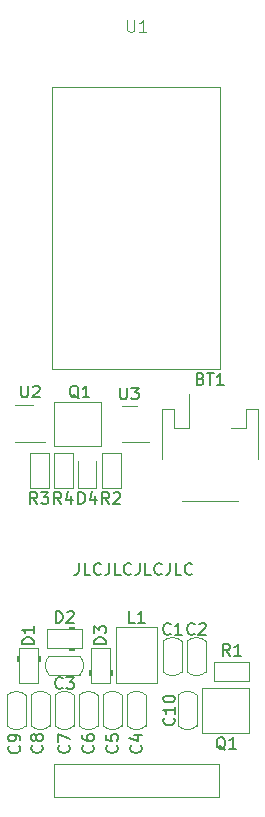
<source format=gbr>
%TF.GenerationSoftware,KiCad,Pcbnew,7.0.7*%
%TF.CreationDate,2023-08-24T23:35:40+10:00*%
%TF.ProjectId,esp32,65737033-322e-46b6-9963-61645f706362,rev?*%
%TF.SameCoordinates,Original*%
%TF.FileFunction,Legend,Top*%
%TF.FilePolarity,Positive*%
%FSLAX46Y46*%
G04 Gerber Fmt 4.6, Leading zero omitted, Abs format (unit mm)*
G04 Created by KiCad (PCBNEW 7.0.7) date 2023-08-24 23:35:40*
%MOMM*%
%LPD*%
G01*
G04 APERTURE LIST*
%ADD10C,0.200000*%
%ADD11C,0.150000*%
%ADD12C,0.100000*%
%ADD13C,0.120000*%
G04 APERTURE END LIST*
D10*
X45926951Y-75906219D02*
X45926951Y-76620504D01*
X45926951Y-76620504D02*
X45879332Y-76763361D01*
X45879332Y-76763361D02*
X45784094Y-76858600D01*
X45784094Y-76858600D02*
X45641237Y-76906219D01*
X45641237Y-76906219D02*
X45545999Y-76906219D01*
X46879332Y-76906219D02*
X46403142Y-76906219D01*
X46403142Y-76906219D02*
X46403142Y-75906219D01*
X47784094Y-76810980D02*
X47736475Y-76858600D01*
X47736475Y-76858600D02*
X47593618Y-76906219D01*
X47593618Y-76906219D02*
X47498380Y-76906219D01*
X47498380Y-76906219D02*
X47355523Y-76858600D01*
X47355523Y-76858600D02*
X47260285Y-76763361D01*
X47260285Y-76763361D02*
X47212666Y-76668123D01*
X47212666Y-76668123D02*
X47165047Y-76477647D01*
X47165047Y-76477647D02*
X47165047Y-76334790D01*
X47165047Y-76334790D02*
X47212666Y-76144314D01*
X47212666Y-76144314D02*
X47260285Y-76049076D01*
X47260285Y-76049076D02*
X47355523Y-75953838D01*
X47355523Y-75953838D02*
X47498380Y-75906219D01*
X47498380Y-75906219D02*
X47593618Y-75906219D01*
X47593618Y-75906219D02*
X47736475Y-75953838D01*
X47736475Y-75953838D02*
X47784094Y-76001457D01*
X48498380Y-75906219D02*
X48498380Y-76620504D01*
X48498380Y-76620504D02*
X48450761Y-76763361D01*
X48450761Y-76763361D02*
X48355523Y-76858600D01*
X48355523Y-76858600D02*
X48212666Y-76906219D01*
X48212666Y-76906219D02*
X48117428Y-76906219D01*
X49450761Y-76906219D02*
X48974571Y-76906219D01*
X48974571Y-76906219D02*
X48974571Y-75906219D01*
X50355523Y-76810980D02*
X50307904Y-76858600D01*
X50307904Y-76858600D02*
X50165047Y-76906219D01*
X50165047Y-76906219D02*
X50069809Y-76906219D01*
X50069809Y-76906219D02*
X49926952Y-76858600D01*
X49926952Y-76858600D02*
X49831714Y-76763361D01*
X49831714Y-76763361D02*
X49784095Y-76668123D01*
X49784095Y-76668123D02*
X49736476Y-76477647D01*
X49736476Y-76477647D02*
X49736476Y-76334790D01*
X49736476Y-76334790D02*
X49784095Y-76144314D01*
X49784095Y-76144314D02*
X49831714Y-76049076D01*
X49831714Y-76049076D02*
X49926952Y-75953838D01*
X49926952Y-75953838D02*
X50069809Y-75906219D01*
X50069809Y-75906219D02*
X50165047Y-75906219D01*
X50165047Y-75906219D02*
X50307904Y-75953838D01*
X50307904Y-75953838D02*
X50355523Y-76001457D01*
X51069809Y-75906219D02*
X51069809Y-76620504D01*
X51069809Y-76620504D02*
X51022190Y-76763361D01*
X51022190Y-76763361D02*
X50926952Y-76858600D01*
X50926952Y-76858600D02*
X50784095Y-76906219D01*
X50784095Y-76906219D02*
X50688857Y-76906219D01*
X52022190Y-76906219D02*
X51546000Y-76906219D01*
X51546000Y-76906219D02*
X51546000Y-75906219D01*
X52926952Y-76810980D02*
X52879333Y-76858600D01*
X52879333Y-76858600D02*
X52736476Y-76906219D01*
X52736476Y-76906219D02*
X52641238Y-76906219D01*
X52641238Y-76906219D02*
X52498381Y-76858600D01*
X52498381Y-76858600D02*
X52403143Y-76763361D01*
X52403143Y-76763361D02*
X52355524Y-76668123D01*
X52355524Y-76668123D02*
X52307905Y-76477647D01*
X52307905Y-76477647D02*
X52307905Y-76334790D01*
X52307905Y-76334790D02*
X52355524Y-76144314D01*
X52355524Y-76144314D02*
X52403143Y-76049076D01*
X52403143Y-76049076D02*
X52498381Y-75953838D01*
X52498381Y-75953838D02*
X52641238Y-75906219D01*
X52641238Y-75906219D02*
X52736476Y-75906219D01*
X52736476Y-75906219D02*
X52879333Y-75953838D01*
X52879333Y-75953838D02*
X52926952Y-76001457D01*
X53641238Y-75906219D02*
X53641238Y-76620504D01*
X53641238Y-76620504D02*
X53593619Y-76763361D01*
X53593619Y-76763361D02*
X53498381Y-76858600D01*
X53498381Y-76858600D02*
X53355524Y-76906219D01*
X53355524Y-76906219D02*
X53260286Y-76906219D01*
X54593619Y-76906219D02*
X54117429Y-76906219D01*
X54117429Y-76906219D02*
X54117429Y-75906219D01*
X55498381Y-76810980D02*
X55450762Y-76858600D01*
X55450762Y-76858600D02*
X55307905Y-76906219D01*
X55307905Y-76906219D02*
X55212667Y-76906219D01*
X55212667Y-76906219D02*
X55069810Y-76858600D01*
X55069810Y-76858600D02*
X54974572Y-76763361D01*
X54974572Y-76763361D02*
X54926953Y-76668123D01*
X54926953Y-76668123D02*
X54879334Y-76477647D01*
X54879334Y-76477647D02*
X54879334Y-76334790D01*
X54879334Y-76334790D02*
X54926953Y-76144314D01*
X54926953Y-76144314D02*
X54974572Y-76049076D01*
X54974572Y-76049076D02*
X55069810Y-75953838D01*
X55069810Y-75953838D02*
X55212667Y-75906219D01*
X55212667Y-75906219D02*
X55307905Y-75906219D01*
X55307905Y-75906219D02*
X55450762Y-75953838D01*
X55450762Y-75953838D02*
X55498381Y-76001457D01*
D11*
X49127580Y-91352666D02*
X49175200Y-91400285D01*
X49175200Y-91400285D02*
X49222819Y-91543142D01*
X49222819Y-91543142D02*
X49222819Y-91638380D01*
X49222819Y-91638380D02*
X49175200Y-91781237D01*
X49175200Y-91781237D02*
X49079961Y-91876475D01*
X49079961Y-91876475D02*
X48984723Y-91924094D01*
X48984723Y-91924094D02*
X48794247Y-91971713D01*
X48794247Y-91971713D02*
X48651390Y-91971713D01*
X48651390Y-91971713D02*
X48460914Y-91924094D01*
X48460914Y-91924094D02*
X48365676Y-91876475D01*
X48365676Y-91876475D02*
X48270438Y-91781237D01*
X48270438Y-91781237D02*
X48222819Y-91638380D01*
X48222819Y-91638380D02*
X48222819Y-91543142D01*
X48222819Y-91543142D02*
X48270438Y-91400285D01*
X48270438Y-91400285D02*
X48318057Y-91352666D01*
X48222819Y-90447904D02*
X48222819Y-90924094D01*
X48222819Y-90924094D02*
X48699009Y-90971713D01*
X48699009Y-90971713D02*
X48651390Y-90924094D01*
X48651390Y-90924094D02*
X48603771Y-90828856D01*
X48603771Y-90828856D02*
X48603771Y-90590761D01*
X48603771Y-90590761D02*
X48651390Y-90495523D01*
X48651390Y-90495523D02*
X48699009Y-90447904D01*
X48699009Y-90447904D02*
X48794247Y-90400285D01*
X48794247Y-90400285D02*
X49032342Y-90400285D01*
X49032342Y-90400285D02*
X49127580Y-90447904D01*
X49127580Y-90447904D02*
X49175200Y-90495523D01*
X49175200Y-90495523D02*
X49222819Y-90590761D01*
X49222819Y-90590761D02*
X49222819Y-90828856D01*
X49222819Y-90828856D02*
X49175200Y-90924094D01*
X49175200Y-90924094D02*
X49127580Y-90971713D01*
X58324761Y-91736057D02*
X58229523Y-91688438D01*
X58229523Y-91688438D02*
X58134285Y-91593200D01*
X58134285Y-91593200D02*
X57991428Y-91450342D01*
X57991428Y-91450342D02*
X57896190Y-91402723D01*
X57896190Y-91402723D02*
X57800952Y-91402723D01*
X57848571Y-91640819D02*
X57753333Y-91593200D01*
X57753333Y-91593200D02*
X57658095Y-91497961D01*
X57658095Y-91497961D02*
X57610476Y-91307485D01*
X57610476Y-91307485D02*
X57610476Y-90974152D01*
X57610476Y-90974152D02*
X57658095Y-90783676D01*
X57658095Y-90783676D02*
X57753333Y-90688438D01*
X57753333Y-90688438D02*
X57848571Y-90640819D01*
X57848571Y-90640819D02*
X58039047Y-90640819D01*
X58039047Y-90640819D02*
X58134285Y-90688438D01*
X58134285Y-90688438D02*
X58229523Y-90783676D01*
X58229523Y-90783676D02*
X58277142Y-90974152D01*
X58277142Y-90974152D02*
X58277142Y-91307485D01*
X58277142Y-91307485D02*
X58229523Y-91497961D01*
X58229523Y-91497961D02*
X58134285Y-91593200D01*
X58134285Y-91593200D02*
X58039047Y-91640819D01*
X58039047Y-91640819D02*
X57848571Y-91640819D01*
X59229523Y-91640819D02*
X58658095Y-91640819D01*
X58943809Y-91640819D02*
X58943809Y-90640819D01*
X58943809Y-90640819D02*
X58848571Y-90783676D01*
X58848571Y-90783676D02*
X58753333Y-90878914D01*
X58753333Y-90878914D02*
X58658095Y-90926533D01*
X51159580Y-91352666D02*
X51207200Y-91400285D01*
X51207200Y-91400285D02*
X51254819Y-91543142D01*
X51254819Y-91543142D02*
X51254819Y-91638380D01*
X51254819Y-91638380D02*
X51207200Y-91781237D01*
X51207200Y-91781237D02*
X51111961Y-91876475D01*
X51111961Y-91876475D02*
X51016723Y-91924094D01*
X51016723Y-91924094D02*
X50826247Y-91971713D01*
X50826247Y-91971713D02*
X50683390Y-91971713D01*
X50683390Y-91971713D02*
X50492914Y-91924094D01*
X50492914Y-91924094D02*
X50397676Y-91876475D01*
X50397676Y-91876475D02*
X50302438Y-91781237D01*
X50302438Y-91781237D02*
X50254819Y-91638380D01*
X50254819Y-91638380D02*
X50254819Y-91543142D01*
X50254819Y-91543142D02*
X50302438Y-91400285D01*
X50302438Y-91400285D02*
X50350057Y-91352666D01*
X50588152Y-90495523D02*
X51254819Y-90495523D01*
X50207200Y-90733618D02*
X50921485Y-90971713D01*
X50921485Y-90971713D02*
X50921485Y-90352666D01*
X45063580Y-91352666D02*
X45111200Y-91400285D01*
X45111200Y-91400285D02*
X45158819Y-91543142D01*
X45158819Y-91543142D02*
X45158819Y-91638380D01*
X45158819Y-91638380D02*
X45111200Y-91781237D01*
X45111200Y-91781237D02*
X45015961Y-91876475D01*
X45015961Y-91876475D02*
X44920723Y-91924094D01*
X44920723Y-91924094D02*
X44730247Y-91971713D01*
X44730247Y-91971713D02*
X44587390Y-91971713D01*
X44587390Y-91971713D02*
X44396914Y-91924094D01*
X44396914Y-91924094D02*
X44301676Y-91876475D01*
X44301676Y-91876475D02*
X44206438Y-91781237D01*
X44206438Y-91781237D02*
X44158819Y-91638380D01*
X44158819Y-91638380D02*
X44158819Y-91543142D01*
X44158819Y-91543142D02*
X44206438Y-91400285D01*
X44206438Y-91400285D02*
X44254057Y-91352666D01*
X44158819Y-91019332D02*
X44158819Y-90352666D01*
X44158819Y-90352666D02*
X45158819Y-90781237D01*
X47095580Y-91352666D02*
X47143200Y-91400285D01*
X47143200Y-91400285D02*
X47190819Y-91543142D01*
X47190819Y-91543142D02*
X47190819Y-91638380D01*
X47190819Y-91638380D02*
X47143200Y-91781237D01*
X47143200Y-91781237D02*
X47047961Y-91876475D01*
X47047961Y-91876475D02*
X46952723Y-91924094D01*
X46952723Y-91924094D02*
X46762247Y-91971713D01*
X46762247Y-91971713D02*
X46619390Y-91971713D01*
X46619390Y-91971713D02*
X46428914Y-91924094D01*
X46428914Y-91924094D02*
X46333676Y-91876475D01*
X46333676Y-91876475D02*
X46238438Y-91781237D01*
X46238438Y-91781237D02*
X46190819Y-91638380D01*
X46190819Y-91638380D02*
X46190819Y-91543142D01*
X46190819Y-91543142D02*
X46238438Y-91400285D01*
X46238438Y-91400285D02*
X46286057Y-91352666D01*
X46190819Y-90495523D02*
X46190819Y-90685999D01*
X46190819Y-90685999D02*
X46238438Y-90781237D01*
X46238438Y-90781237D02*
X46286057Y-90828856D01*
X46286057Y-90828856D02*
X46428914Y-90924094D01*
X46428914Y-90924094D02*
X46619390Y-90971713D01*
X46619390Y-90971713D02*
X47000342Y-90971713D01*
X47000342Y-90971713D02*
X47095580Y-90924094D01*
X47095580Y-90924094D02*
X47143200Y-90876475D01*
X47143200Y-90876475D02*
X47190819Y-90781237D01*
X47190819Y-90781237D02*
X47190819Y-90590761D01*
X47190819Y-90590761D02*
X47143200Y-90495523D01*
X47143200Y-90495523D02*
X47095580Y-90447904D01*
X47095580Y-90447904D02*
X47000342Y-90400285D01*
X47000342Y-90400285D02*
X46762247Y-90400285D01*
X46762247Y-90400285D02*
X46667009Y-90447904D01*
X46667009Y-90447904D02*
X46619390Y-90495523D01*
X46619390Y-90495523D02*
X46571771Y-90590761D01*
X46571771Y-90590761D02*
X46571771Y-90781237D01*
X46571771Y-90781237D02*
X46619390Y-90876475D01*
X46619390Y-90876475D02*
X46667009Y-90924094D01*
X46667009Y-90924094D02*
X46762247Y-90971713D01*
X44537333Y-86459580D02*
X44489714Y-86507200D01*
X44489714Y-86507200D02*
X44346857Y-86554819D01*
X44346857Y-86554819D02*
X44251619Y-86554819D01*
X44251619Y-86554819D02*
X44108762Y-86507200D01*
X44108762Y-86507200D02*
X44013524Y-86411961D01*
X44013524Y-86411961D02*
X43965905Y-86316723D01*
X43965905Y-86316723D02*
X43918286Y-86126247D01*
X43918286Y-86126247D02*
X43918286Y-85983390D01*
X43918286Y-85983390D02*
X43965905Y-85792914D01*
X43965905Y-85792914D02*
X44013524Y-85697676D01*
X44013524Y-85697676D02*
X44108762Y-85602438D01*
X44108762Y-85602438D02*
X44251619Y-85554819D01*
X44251619Y-85554819D02*
X44346857Y-85554819D01*
X44346857Y-85554819D02*
X44489714Y-85602438D01*
X44489714Y-85602438D02*
X44537333Y-85650057D01*
X44870667Y-85554819D02*
X45489714Y-85554819D01*
X45489714Y-85554819D02*
X45156381Y-85935771D01*
X45156381Y-85935771D02*
X45299238Y-85935771D01*
X45299238Y-85935771D02*
X45394476Y-85983390D01*
X45394476Y-85983390D02*
X45442095Y-86031009D01*
X45442095Y-86031009D02*
X45489714Y-86126247D01*
X45489714Y-86126247D02*
X45489714Y-86364342D01*
X45489714Y-86364342D02*
X45442095Y-86459580D01*
X45442095Y-86459580D02*
X45394476Y-86507200D01*
X45394476Y-86507200D02*
X45299238Y-86554819D01*
X45299238Y-86554819D02*
X45013524Y-86554819D01*
X45013524Y-86554819D02*
X44918286Y-86507200D01*
X44918286Y-86507200D02*
X44870667Y-86459580D01*
X50633333Y-80966819D02*
X50157143Y-80966819D01*
X50157143Y-80966819D02*
X50157143Y-79966819D01*
X51490476Y-80966819D02*
X50919048Y-80966819D01*
X51204762Y-80966819D02*
X51204762Y-79966819D01*
X51204762Y-79966819D02*
X51109524Y-80109676D01*
X51109524Y-80109676D02*
X51014286Y-80204914D01*
X51014286Y-80204914D02*
X50919048Y-80252533D01*
X45907761Y-61973057D02*
X45812523Y-61925438D01*
X45812523Y-61925438D02*
X45717285Y-61830200D01*
X45717285Y-61830200D02*
X45574428Y-61687342D01*
X45574428Y-61687342D02*
X45479190Y-61639723D01*
X45479190Y-61639723D02*
X45383952Y-61639723D01*
X45431571Y-61877819D02*
X45336333Y-61830200D01*
X45336333Y-61830200D02*
X45241095Y-61734961D01*
X45241095Y-61734961D02*
X45193476Y-61544485D01*
X45193476Y-61544485D02*
X45193476Y-61211152D01*
X45193476Y-61211152D02*
X45241095Y-61020676D01*
X45241095Y-61020676D02*
X45336333Y-60925438D01*
X45336333Y-60925438D02*
X45431571Y-60877819D01*
X45431571Y-60877819D02*
X45622047Y-60877819D01*
X45622047Y-60877819D02*
X45717285Y-60925438D01*
X45717285Y-60925438D02*
X45812523Y-61020676D01*
X45812523Y-61020676D02*
X45860142Y-61211152D01*
X45860142Y-61211152D02*
X45860142Y-61544485D01*
X45860142Y-61544485D02*
X45812523Y-61734961D01*
X45812523Y-61734961D02*
X45717285Y-61830200D01*
X45717285Y-61830200D02*
X45622047Y-61877819D01*
X45622047Y-61877819D02*
X45431571Y-61877819D01*
X46812523Y-61877819D02*
X46241095Y-61877819D01*
X46526809Y-61877819D02*
X46526809Y-60877819D01*
X46526809Y-60877819D02*
X46431571Y-61020676D01*
X46431571Y-61020676D02*
X46336333Y-61115914D01*
X46336333Y-61115914D02*
X46241095Y-61163533D01*
X42777580Y-91346666D02*
X42825200Y-91394285D01*
X42825200Y-91394285D02*
X42872819Y-91537142D01*
X42872819Y-91537142D02*
X42872819Y-91632380D01*
X42872819Y-91632380D02*
X42825200Y-91775237D01*
X42825200Y-91775237D02*
X42729961Y-91870475D01*
X42729961Y-91870475D02*
X42634723Y-91918094D01*
X42634723Y-91918094D02*
X42444247Y-91965713D01*
X42444247Y-91965713D02*
X42301390Y-91965713D01*
X42301390Y-91965713D02*
X42110914Y-91918094D01*
X42110914Y-91918094D02*
X42015676Y-91870475D01*
X42015676Y-91870475D02*
X41920438Y-91775237D01*
X41920438Y-91775237D02*
X41872819Y-91632380D01*
X41872819Y-91632380D02*
X41872819Y-91537142D01*
X41872819Y-91537142D02*
X41920438Y-91394285D01*
X41920438Y-91394285D02*
X41968057Y-91346666D01*
X42301390Y-90775237D02*
X42253771Y-90870475D01*
X42253771Y-90870475D02*
X42206152Y-90918094D01*
X42206152Y-90918094D02*
X42110914Y-90965713D01*
X42110914Y-90965713D02*
X42063295Y-90965713D01*
X42063295Y-90965713D02*
X41968057Y-90918094D01*
X41968057Y-90918094D02*
X41920438Y-90870475D01*
X41920438Y-90870475D02*
X41872819Y-90775237D01*
X41872819Y-90775237D02*
X41872819Y-90584761D01*
X41872819Y-90584761D02*
X41920438Y-90489523D01*
X41920438Y-90489523D02*
X41968057Y-90441904D01*
X41968057Y-90441904D02*
X42063295Y-90394285D01*
X42063295Y-90394285D02*
X42110914Y-90394285D01*
X42110914Y-90394285D02*
X42206152Y-90441904D01*
X42206152Y-90441904D02*
X42253771Y-90489523D01*
X42253771Y-90489523D02*
X42301390Y-90584761D01*
X42301390Y-90584761D02*
X42301390Y-90775237D01*
X42301390Y-90775237D02*
X42349009Y-90870475D01*
X42349009Y-90870475D02*
X42396628Y-90918094D01*
X42396628Y-90918094D02*
X42491866Y-90965713D01*
X42491866Y-90965713D02*
X42682342Y-90965713D01*
X42682342Y-90965713D02*
X42777580Y-90918094D01*
X42777580Y-90918094D02*
X42825200Y-90870475D01*
X42825200Y-90870475D02*
X42872819Y-90775237D01*
X42872819Y-90775237D02*
X42872819Y-90584761D01*
X42872819Y-90584761D02*
X42825200Y-90489523D01*
X42825200Y-90489523D02*
X42777580Y-90441904D01*
X42777580Y-90441904D02*
X42682342Y-90394285D01*
X42682342Y-90394285D02*
X42491866Y-90394285D01*
X42491866Y-90394285D02*
X42396628Y-90441904D01*
X42396628Y-90441904D02*
X42349009Y-90489523D01*
X42349009Y-90489523D02*
X42301390Y-90584761D01*
X49403095Y-61049819D02*
X49403095Y-61859342D01*
X49403095Y-61859342D02*
X49450714Y-61954580D01*
X49450714Y-61954580D02*
X49498333Y-62002200D01*
X49498333Y-62002200D02*
X49593571Y-62049819D01*
X49593571Y-62049819D02*
X49784047Y-62049819D01*
X49784047Y-62049819D02*
X49879285Y-62002200D01*
X49879285Y-62002200D02*
X49926904Y-61954580D01*
X49926904Y-61954580D02*
X49974523Y-61859342D01*
X49974523Y-61859342D02*
X49974523Y-61049819D01*
X50355476Y-61049819D02*
X50974523Y-61049819D01*
X50974523Y-61049819D02*
X50641190Y-61430771D01*
X50641190Y-61430771D02*
X50784047Y-61430771D01*
X50784047Y-61430771D02*
X50879285Y-61478390D01*
X50879285Y-61478390D02*
X50926904Y-61526009D01*
X50926904Y-61526009D02*
X50974523Y-61621247D01*
X50974523Y-61621247D02*
X50974523Y-61859342D01*
X50974523Y-61859342D02*
X50926904Y-61954580D01*
X50926904Y-61954580D02*
X50879285Y-62002200D01*
X50879285Y-62002200D02*
X50784047Y-62049819D01*
X50784047Y-62049819D02*
X50498333Y-62049819D01*
X50498333Y-62049819D02*
X50403095Y-62002200D01*
X50403095Y-62002200D02*
X50355476Y-61954580D01*
X48206819Y-82774094D02*
X47206819Y-82774094D01*
X47206819Y-82774094D02*
X47206819Y-82535999D01*
X47206819Y-82535999D02*
X47254438Y-82393142D01*
X47254438Y-82393142D02*
X47349676Y-82297904D01*
X47349676Y-82297904D02*
X47444914Y-82250285D01*
X47444914Y-82250285D02*
X47635390Y-82202666D01*
X47635390Y-82202666D02*
X47778247Y-82202666D01*
X47778247Y-82202666D02*
X47968723Y-82250285D01*
X47968723Y-82250285D02*
X48063961Y-82297904D01*
X48063961Y-82297904D02*
X48159200Y-82393142D01*
X48159200Y-82393142D02*
X48206819Y-82535999D01*
X48206819Y-82535999D02*
X48206819Y-82774094D01*
X47206819Y-81869332D02*
X47206819Y-81250285D01*
X47206819Y-81250285D02*
X47587771Y-81583618D01*
X47587771Y-81583618D02*
X47587771Y-81440761D01*
X47587771Y-81440761D02*
X47635390Y-81345523D01*
X47635390Y-81345523D02*
X47683009Y-81297904D01*
X47683009Y-81297904D02*
X47778247Y-81250285D01*
X47778247Y-81250285D02*
X48016342Y-81250285D01*
X48016342Y-81250285D02*
X48111580Y-81297904D01*
X48111580Y-81297904D02*
X48159200Y-81345523D01*
X48159200Y-81345523D02*
X48206819Y-81440761D01*
X48206819Y-81440761D02*
X48206819Y-81726475D01*
X48206819Y-81726475D02*
X48159200Y-81821713D01*
X48159200Y-81821713D02*
X48111580Y-81869332D01*
X42110819Y-82774094D02*
X41110819Y-82774094D01*
X41110819Y-82774094D02*
X41110819Y-82535999D01*
X41110819Y-82535999D02*
X41158438Y-82393142D01*
X41158438Y-82393142D02*
X41253676Y-82297904D01*
X41253676Y-82297904D02*
X41348914Y-82250285D01*
X41348914Y-82250285D02*
X41539390Y-82202666D01*
X41539390Y-82202666D02*
X41682247Y-82202666D01*
X41682247Y-82202666D02*
X41872723Y-82250285D01*
X41872723Y-82250285D02*
X41967961Y-82297904D01*
X41967961Y-82297904D02*
X42063200Y-82393142D01*
X42063200Y-82393142D02*
X42110819Y-82535999D01*
X42110819Y-82535999D02*
X42110819Y-82774094D01*
X42110819Y-81250285D02*
X42110819Y-81821713D01*
X42110819Y-81535999D02*
X41110819Y-81535999D01*
X41110819Y-81535999D02*
X41253676Y-81631237D01*
X41253676Y-81631237D02*
X41348914Y-81726475D01*
X41348914Y-81726475D02*
X41396533Y-81821713D01*
X40851588Y-91385666D02*
X40899208Y-91433285D01*
X40899208Y-91433285D02*
X40946827Y-91576142D01*
X40946827Y-91576142D02*
X40946827Y-91671380D01*
X40946827Y-91671380D02*
X40899208Y-91814237D01*
X40899208Y-91814237D02*
X40803969Y-91909475D01*
X40803969Y-91909475D02*
X40708731Y-91957094D01*
X40708731Y-91957094D02*
X40518255Y-92004713D01*
X40518255Y-92004713D02*
X40375398Y-92004713D01*
X40375398Y-92004713D02*
X40184922Y-91957094D01*
X40184922Y-91957094D02*
X40089684Y-91909475D01*
X40089684Y-91909475D02*
X39994446Y-91814237D01*
X39994446Y-91814237D02*
X39946827Y-91671380D01*
X39946827Y-91671380D02*
X39946827Y-91576142D01*
X39946827Y-91576142D02*
X39994446Y-91433285D01*
X39994446Y-91433285D02*
X40042065Y-91385666D01*
X40946827Y-90909475D02*
X40946827Y-90718999D01*
X40946827Y-90718999D02*
X40899208Y-90623761D01*
X40899208Y-90623761D02*
X40851588Y-90576142D01*
X40851588Y-90576142D02*
X40708731Y-90480904D01*
X40708731Y-90480904D02*
X40518255Y-90433285D01*
X40518255Y-90433285D02*
X40137303Y-90433285D01*
X40137303Y-90433285D02*
X40042065Y-90480904D01*
X40042065Y-90480904D02*
X39994446Y-90528523D01*
X39994446Y-90528523D02*
X39946827Y-90623761D01*
X39946827Y-90623761D02*
X39946827Y-90814237D01*
X39946827Y-90814237D02*
X39994446Y-90909475D01*
X39994446Y-90909475D02*
X40042065Y-90957094D01*
X40042065Y-90957094D02*
X40137303Y-91004713D01*
X40137303Y-91004713D02*
X40375398Y-91004713D01*
X40375398Y-91004713D02*
X40470636Y-90957094D01*
X40470636Y-90957094D02*
X40518255Y-90909475D01*
X40518255Y-90909475D02*
X40565874Y-90814237D01*
X40565874Y-90814237D02*
X40565874Y-90623761D01*
X40565874Y-90623761D02*
X40518255Y-90528523D01*
X40518255Y-90528523D02*
X40470636Y-90480904D01*
X40470636Y-90480904D02*
X40375398Y-90433285D01*
D12*
X50038095Y-29937419D02*
X50038095Y-30746942D01*
X50038095Y-30746942D02*
X50085714Y-30842180D01*
X50085714Y-30842180D02*
X50133333Y-30889800D01*
X50133333Y-30889800D02*
X50228571Y-30937419D01*
X50228571Y-30937419D02*
X50419047Y-30937419D01*
X50419047Y-30937419D02*
X50514285Y-30889800D01*
X50514285Y-30889800D02*
X50561904Y-30842180D01*
X50561904Y-30842180D02*
X50609523Y-30746942D01*
X50609523Y-30746942D02*
X50609523Y-29937419D01*
X51609523Y-30937419D02*
X51038095Y-30937419D01*
X51323809Y-30937419D02*
X51323809Y-29937419D01*
X51323809Y-29937419D02*
X51228571Y-30080276D01*
X51228571Y-30080276D02*
X51133333Y-30175514D01*
X51133333Y-30175514D02*
X51038095Y-30223133D01*
D11*
X45883905Y-70894819D02*
X45883905Y-69894819D01*
X45883905Y-69894819D02*
X46122000Y-69894819D01*
X46122000Y-69894819D02*
X46264857Y-69942438D01*
X46264857Y-69942438D02*
X46360095Y-70037676D01*
X46360095Y-70037676D02*
X46407714Y-70132914D01*
X46407714Y-70132914D02*
X46455333Y-70323390D01*
X46455333Y-70323390D02*
X46455333Y-70466247D01*
X46455333Y-70466247D02*
X46407714Y-70656723D01*
X46407714Y-70656723D02*
X46360095Y-70751961D01*
X46360095Y-70751961D02*
X46264857Y-70847200D01*
X46264857Y-70847200D02*
X46122000Y-70894819D01*
X46122000Y-70894819D02*
X45883905Y-70894819D01*
X47312476Y-70228152D02*
X47312476Y-70894819D01*
X47074381Y-69847200D02*
X46836286Y-70561485D01*
X46836286Y-70561485D02*
X47455333Y-70561485D01*
X48487333Y-70894819D02*
X48154000Y-70418628D01*
X47915905Y-70894819D02*
X47915905Y-69894819D01*
X47915905Y-69894819D02*
X48296857Y-69894819D01*
X48296857Y-69894819D02*
X48392095Y-69942438D01*
X48392095Y-69942438D02*
X48439714Y-69990057D01*
X48439714Y-69990057D02*
X48487333Y-70085295D01*
X48487333Y-70085295D02*
X48487333Y-70228152D01*
X48487333Y-70228152D02*
X48439714Y-70323390D01*
X48439714Y-70323390D02*
X48392095Y-70371009D01*
X48392095Y-70371009D02*
X48296857Y-70418628D01*
X48296857Y-70418628D02*
X47915905Y-70418628D01*
X48868286Y-69990057D02*
X48915905Y-69942438D01*
X48915905Y-69942438D02*
X49011143Y-69894819D01*
X49011143Y-69894819D02*
X49249238Y-69894819D01*
X49249238Y-69894819D02*
X49344476Y-69942438D01*
X49344476Y-69942438D02*
X49392095Y-69990057D01*
X49392095Y-69990057D02*
X49439714Y-70085295D01*
X49439714Y-70085295D02*
X49439714Y-70180533D01*
X49439714Y-70180533D02*
X49392095Y-70323390D01*
X49392095Y-70323390D02*
X48820667Y-70894819D01*
X48820667Y-70894819D02*
X49439714Y-70894819D01*
X56234285Y-60309009D02*
X56377142Y-60356628D01*
X56377142Y-60356628D02*
X56424761Y-60404247D01*
X56424761Y-60404247D02*
X56472380Y-60499485D01*
X56472380Y-60499485D02*
X56472380Y-60642342D01*
X56472380Y-60642342D02*
X56424761Y-60737580D01*
X56424761Y-60737580D02*
X56377142Y-60785200D01*
X56377142Y-60785200D02*
X56281904Y-60832819D01*
X56281904Y-60832819D02*
X55900952Y-60832819D01*
X55900952Y-60832819D02*
X55900952Y-59832819D01*
X55900952Y-59832819D02*
X56234285Y-59832819D01*
X56234285Y-59832819D02*
X56329523Y-59880438D01*
X56329523Y-59880438D02*
X56377142Y-59928057D01*
X56377142Y-59928057D02*
X56424761Y-60023295D01*
X56424761Y-60023295D02*
X56424761Y-60118533D01*
X56424761Y-60118533D02*
X56377142Y-60213771D01*
X56377142Y-60213771D02*
X56329523Y-60261390D01*
X56329523Y-60261390D02*
X56234285Y-60309009D01*
X56234285Y-60309009D02*
X55900952Y-60309009D01*
X56758095Y-59832819D02*
X57329523Y-59832819D01*
X57043809Y-60832819D02*
X57043809Y-59832819D01*
X58186666Y-60832819D02*
X57615238Y-60832819D01*
X57900952Y-60832819D02*
X57900952Y-59832819D01*
X57900952Y-59832819D02*
X57805714Y-59975676D01*
X57805714Y-59975676D02*
X57710476Y-60070914D01*
X57710476Y-60070914D02*
X57615238Y-60118533D01*
X41034095Y-60877819D02*
X41034095Y-61687342D01*
X41034095Y-61687342D02*
X41081714Y-61782580D01*
X41081714Y-61782580D02*
X41129333Y-61830200D01*
X41129333Y-61830200D02*
X41224571Y-61877819D01*
X41224571Y-61877819D02*
X41415047Y-61877819D01*
X41415047Y-61877819D02*
X41510285Y-61830200D01*
X41510285Y-61830200D02*
X41557904Y-61782580D01*
X41557904Y-61782580D02*
X41605523Y-61687342D01*
X41605523Y-61687342D02*
X41605523Y-60877819D01*
X42034095Y-60973057D02*
X42081714Y-60925438D01*
X42081714Y-60925438D02*
X42176952Y-60877819D01*
X42176952Y-60877819D02*
X42415047Y-60877819D01*
X42415047Y-60877819D02*
X42510285Y-60925438D01*
X42510285Y-60925438D02*
X42557904Y-60973057D01*
X42557904Y-60973057D02*
X42605523Y-61068295D01*
X42605523Y-61068295D02*
X42605523Y-61163533D01*
X42605523Y-61163533D02*
X42557904Y-61306390D01*
X42557904Y-61306390D02*
X41986476Y-61877819D01*
X41986476Y-61877819D02*
X42605523Y-61877819D01*
X44423333Y-70894819D02*
X44090000Y-70418628D01*
X43851905Y-70894819D02*
X43851905Y-69894819D01*
X43851905Y-69894819D02*
X44232857Y-69894819D01*
X44232857Y-69894819D02*
X44328095Y-69942438D01*
X44328095Y-69942438D02*
X44375714Y-69990057D01*
X44375714Y-69990057D02*
X44423333Y-70085295D01*
X44423333Y-70085295D02*
X44423333Y-70228152D01*
X44423333Y-70228152D02*
X44375714Y-70323390D01*
X44375714Y-70323390D02*
X44328095Y-70371009D01*
X44328095Y-70371009D02*
X44232857Y-70418628D01*
X44232857Y-70418628D02*
X43851905Y-70418628D01*
X45280476Y-70228152D02*
X45280476Y-70894819D01*
X45042381Y-69847200D02*
X44804286Y-70561485D01*
X44804286Y-70561485D02*
X45423333Y-70561485D01*
X53953580Y-89028857D02*
X54001200Y-89076476D01*
X54001200Y-89076476D02*
X54048819Y-89219333D01*
X54048819Y-89219333D02*
X54048819Y-89314571D01*
X54048819Y-89314571D02*
X54001200Y-89457428D01*
X54001200Y-89457428D02*
X53905961Y-89552666D01*
X53905961Y-89552666D02*
X53810723Y-89600285D01*
X53810723Y-89600285D02*
X53620247Y-89647904D01*
X53620247Y-89647904D02*
X53477390Y-89647904D01*
X53477390Y-89647904D02*
X53286914Y-89600285D01*
X53286914Y-89600285D02*
X53191676Y-89552666D01*
X53191676Y-89552666D02*
X53096438Y-89457428D01*
X53096438Y-89457428D02*
X53048819Y-89314571D01*
X53048819Y-89314571D02*
X53048819Y-89219333D01*
X53048819Y-89219333D02*
X53096438Y-89076476D01*
X53096438Y-89076476D02*
X53144057Y-89028857D01*
X54048819Y-88076476D02*
X54048819Y-88647904D01*
X54048819Y-88362190D02*
X53048819Y-88362190D01*
X53048819Y-88362190D02*
X53191676Y-88457428D01*
X53191676Y-88457428D02*
X53286914Y-88552666D01*
X53286914Y-88552666D02*
X53334533Y-88647904D01*
X53048819Y-87457428D02*
X53048819Y-87362190D01*
X53048819Y-87362190D02*
X53096438Y-87266952D01*
X53096438Y-87266952D02*
X53144057Y-87219333D01*
X53144057Y-87219333D02*
X53239295Y-87171714D01*
X53239295Y-87171714D02*
X53429771Y-87124095D01*
X53429771Y-87124095D02*
X53667866Y-87124095D01*
X53667866Y-87124095D02*
X53858342Y-87171714D01*
X53858342Y-87171714D02*
X53953580Y-87219333D01*
X53953580Y-87219333D02*
X54001200Y-87266952D01*
X54001200Y-87266952D02*
X54048819Y-87362190D01*
X54048819Y-87362190D02*
X54048819Y-87457428D01*
X54048819Y-87457428D02*
X54001200Y-87552666D01*
X54001200Y-87552666D02*
X53953580Y-87600285D01*
X53953580Y-87600285D02*
X53858342Y-87647904D01*
X53858342Y-87647904D02*
X53667866Y-87695523D01*
X53667866Y-87695523D02*
X53429771Y-87695523D01*
X53429771Y-87695523D02*
X53239295Y-87647904D01*
X53239295Y-87647904D02*
X53144057Y-87600285D01*
X53144057Y-87600285D02*
X53096438Y-87552666D01*
X53096438Y-87552666D02*
X53048819Y-87457428D01*
X43965905Y-80966819D02*
X43965905Y-79966819D01*
X43965905Y-79966819D02*
X44204000Y-79966819D01*
X44204000Y-79966819D02*
X44346857Y-80014438D01*
X44346857Y-80014438D02*
X44442095Y-80109676D01*
X44442095Y-80109676D02*
X44489714Y-80204914D01*
X44489714Y-80204914D02*
X44537333Y-80395390D01*
X44537333Y-80395390D02*
X44537333Y-80538247D01*
X44537333Y-80538247D02*
X44489714Y-80728723D01*
X44489714Y-80728723D02*
X44442095Y-80823961D01*
X44442095Y-80823961D02*
X44346857Y-80919200D01*
X44346857Y-80919200D02*
X44204000Y-80966819D01*
X44204000Y-80966819D02*
X43965905Y-80966819D01*
X44918286Y-80062057D02*
X44965905Y-80014438D01*
X44965905Y-80014438D02*
X45061143Y-79966819D01*
X45061143Y-79966819D02*
X45299238Y-79966819D01*
X45299238Y-79966819D02*
X45394476Y-80014438D01*
X45394476Y-80014438D02*
X45442095Y-80062057D01*
X45442095Y-80062057D02*
X45489714Y-80157295D01*
X45489714Y-80157295D02*
X45489714Y-80252533D01*
X45489714Y-80252533D02*
X45442095Y-80395390D01*
X45442095Y-80395390D02*
X44870667Y-80966819D01*
X44870667Y-80966819D02*
X45489714Y-80966819D01*
X55713333Y-81887580D02*
X55665714Y-81935200D01*
X55665714Y-81935200D02*
X55522857Y-81982819D01*
X55522857Y-81982819D02*
X55427619Y-81982819D01*
X55427619Y-81982819D02*
X55284762Y-81935200D01*
X55284762Y-81935200D02*
X55189524Y-81839961D01*
X55189524Y-81839961D02*
X55141905Y-81744723D01*
X55141905Y-81744723D02*
X55094286Y-81554247D01*
X55094286Y-81554247D02*
X55094286Y-81411390D01*
X55094286Y-81411390D02*
X55141905Y-81220914D01*
X55141905Y-81220914D02*
X55189524Y-81125676D01*
X55189524Y-81125676D02*
X55284762Y-81030438D01*
X55284762Y-81030438D02*
X55427619Y-80982819D01*
X55427619Y-80982819D02*
X55522857Y-80982819D01*
X55522857Y-80982819D02*
X55665714Y-81030438D01*
X55665714Y-81030438D02*
X55713333Y-81078057D01*
X56094286Y-81078057D02*
X56141905Y-81030438D01*
X56141905Y-81030438D02*
X56237143Y-80982819D01*
X56237143Y-80982819D02*
X56475238Y-80982819D01*
X56475238Y-80982819D02*
X56570476Y-81030438D01*
X56570476Y-81030438D02*
X56618095Y-81078057D01*
X56618095Y-81078057D02*
X56665714Y-81173295D01*
X56665714Y-81173295D02*
X56665714Y-81268533D01*
X56665714Y-81268533D02*
X56618095Y-81411390D01*
X56618095Y-81411390D02*
X56046667Y-81982819D01*
X56046667Y-81982819D02*
X56665714Y-81982819D01*
X58698333Y-83760819D02*
X58365000Y-83284628D01*
X58126905Y-83760819D02*
X58126905Y-82760819D01*
X58126905Y-82760819D02*
X58507857Y-82760819D01*
X58507857Y-82760819D02*
X58603095Y-82808438D01*
X58603095Y-82808438D02*
X58650714Y-82856057D01*
X58650714Y-82856057D02*
X58698333Y-82951295D01*
X58698333Y-82951295D02*
X58698333Y-83094152D01*
X58698333Y-83094152D02*
X58650714Y-83189390D01*
X58650714Y-83189390D02*
X58603095Y-83237009D01*
X58603095Y-83237009D02*
X58507857Y-83284628D01*
X58507857Y-83284628D02*
X58126905Y-83284628D01*
X59650714Y-83760819D02*
X59079286Y-83760819D01*
X59365000Y-83760819D02*
X59365000Y-82760819D01*
X59365000Y-82760819D02*
X59269762Y-82903676D01*
X59269762Y-82903676D02*
X59174524Y-82998914D01*
X59174524Y-82998914D02*
X59079286Y-83046533D01*
X42391333Y-70894819D02*
X42058000Y-70418628D01*
X41819905Y-70894819D02*
X41819905Y-69894819D01*
X41819905Y-69894819D02*
X42200857Y-69894819D01*
X42200857Y-69894819D02*
X42296095Y-69942438D01*
X42296095Y-69942438D02*
X42343714Y-69990057D01*
X42343714Y-69990057D02*
X42391333Y-70085295D01*
X42391333Y-70085295D02*
X42391333Y-70228152D01*
X42391333Y-70228152D02*
X42343714Y-70323390D01*
X42343714Y-70323390D02*
X42296095Y-70371009D01*
X42296095Y-70371009D02*
X42200857Y-70418628D01*
X42200857Y-70418628D02*
X41819905Y-70418628D01*
X42724667Y-69894819D02*
X43343714Y-69894819D01*
X43343714Y-69894819D02*
X43010381Y-70275771D01*
X43010381Y-70275771D02*
X43153238Y-70275771D01*
X43153238Y-70275771D02*
X43248476Y-70323390D01*
X43248476Y-70323390D02*
X43296095Y-70371009D01*
X43296095Y-70371009D02*
X43343714Y-70466247D01*
X43343714Y-70466247D02*
X43343714Y-70704342D01*
X43343714Y-70704342D02*
X43296095Y-70799580D01*
X43296095Y-70799580D02*
X43248476Y-70847200D01*
X43248476Y-70847200D02*
X43153238Y-70894819D01*
X43153238Y-70894819D02*
X42867524Y-70894819D01*
X42867524Y-70894819D02*
X42772286Y-70847200D01*
X42772286Y-70847200D02*
X42724667Y-70799580D01*
X53681333Y-81887580D02*
X53633714Y-81935200D01*
X53633714Y-81935200D02*
X53490857Y-81982819D01*
X53490857Y-81982819D02*
X53395619Y-81982819D01*
X53395619Y-81982819D02*
X53252762Y-81935200D01*
X53252762Y-81935200D02*
X53157524Y-81839961D01*
X53157524Y-81839961D02*
X53109905Y-81744723D01*
X53109905Y-81744723D02*
X53062286Y-81554247D01*
X53062286Y-81554247D02*
X53062286Y-81411390D01*
X53062286Y-81411390D02*
X53109905Y-81220914D01*
X53109905Y-81220914D02*
X53157524Y-81125676D01*
X53157524Y-81125676D02*
X53252762Y-81030438D01*
X53252762Y-81030438D02*
X53395619Y-80982819D01*
X53395619Y-80982819D02*
X53490857Y-80982819D01*
X53490857Y-80982819D02*
X53633714Y-81030438D01*
X53633714Y-81030438D02*
X53681333Y-81078057D01*
X54633714Y-81982819D02*
X54062286Y-81982819D01*
X54348000Y-81982819D02*
X54348000Y-80982819D01*
X54348000Y-80982819D02*
X54252762Y-81125676D01*
X54252762Y-81125676D02*
X54157524Y-81220914D01*
X54157524Y-81220914D02*
X54062286Y-81268533D01*
D13*
%TO.C,C3*%
X46004000Y-83775998D02*
X43404000Y-83776000D01*
X43404000Y-85376002D02*
X46004000Y-85376000D01*
X46003999Y-85375999D02*
G75*
G03*
X46003999Y-83775999I-840223J800000D01*
G01*
X43404001Y-83776001D02*
G75*
G03*
X43404001Y-85376001I840223J-800000D01*
G01*
%TO.C,L1*%
X52500000Y-81290000D02*
X49100000Y-81290000D01*
X49100000Y-81290000D02*
X49100000Y-86090000D01*
X52500000Y-86090000D02*
X52500000Y-81290000D01*
X49100000Y-86090000D02*
X52500000Y-86090000D01*
%TO.C,Q1*%
X43790000Y-62235000D02*
X47790000Y-62235000D01*
X43790000Y-66035000D02*
X43790000Y-62235000D01*
X47790000Y-62235000D02*
X47790000Y-66035000D01*
X47790000Y-66035000D02*
X43790000Y-66035000D01*
%TO.C,C4*%
X49999998Y-87086000D02*
X50000000Y-89686000D01*
X51600002Y-89686000D02*
X51600000Y-87086000D01*
X51599999Y-87086001D02*
G75*
G03*
X49999999Y-87086001I-800000J-840223D01*
G01*
X50000001Y-89685999D02*
G75*
G03*
X51600001Y-89685999I800000J840223D01*
G01*
%TO.C,C8*%
X43472002Y-89686000D02*
X43472000Y-87086000D01*
X41871998Y-87086000D02*
X41872000Y-89686000D01*
X41872001Y-89685999D02*
G75*
G03*
X43472001Y-89685999I800000J840223D01*
G01*
X43471999Y-87086001D02*
G75*
G03*
X41871999Y-87086001I-800000J-840223D01*
G01*
%TO.C,Q2*%
X60357000Y-90286000D02*
X56357000Y-90286000D01*
X60357000Y-86486000D02*
X60357000Y-90286000D01*
X56357000Y-90286000D02*
X56357000Y-86486000D01*
X56357000Y-86486000D02*
X60357000Y-86486000D01*
%TO.C,U3*%
X50223538Y-65698500D02*
X51898538Y-65698500D01*
X50223538Y-65698500D02*
X49573538Y-65698500D01*
X50223538Y-62578500D02*
X50873538Y-62578500D01*
X50223538Y-62578500D02*
X49573538Y-62578500D01*
%TO.C,D3*%
X46952000Y-86101500D02*
X48552000Y-86101500D01*
X48552000Y-86101500D02*
X48552000Y-83101500D01*
X46952000Y-83101500D02*
X46952000Y-86101500D01*
X48552000Y-83101500D02*
X46952000Y-83101500D01*
D12*
X46952000Y-85401500D02*
X46752000Y-85401500D01*
X46752000Y-85001500D01*
X46952000Y-85001500D01*
X46952000Y-85401500D01*
G36*
X46952000Y-85401500D02*
G01*
X46752000Y-85401500D01*
X46752000Y-85001500D01*
X46952000Y-85001500D01*
X46952000Y-85401500D01*
G37*
X48752000Y-85401500D02*
X48552000Y-85401500D01*
X48552000Y-85001500D01*
X48752000Y-85001500D01*
X48752000Y-85401500D01*
G36*
X48752000Y-85401500D02*
G01*
X48552000Y-85401500D01*
X48552000Y-85001500D01*
X48752000Y-85001500D01*
X48752000Y-85401500D01*
G37*
D13*
%TO.C,C6*%
X47536002Y-89699000D02*
X47536000Y-87099000D01*
X45935998Y-87099000D02*
X45936000Y-89699000D01*
X45936001Y-89698999D02*
G75*
G03*
X47536001Y-89698999I800000J840223D01*
G01*
X47535999Y-87099001D02*
G75*
G03*
X45935999Y-87099001I-800000J-840223D01*
G01*
%TO.C,D1*%
X42456000Y-83101500D02*
X40856000Y-83101500D01*
X40856000Y-83101500D02*
X40856000Y-86101500D01*
X42456000Y-86101500D02*
X42456000Y-83101500D01*
X40856000Y-86101500D02*
X42456000Y-86101500D01*
D12*
X42656000Y-84201500D02*
X42456000Y-84201500D01*
X42456000Y-83801500D01*
X42656000Y-83801500D01*
X42656000Y-84201500D01*
G36*
X42656000Y-84201500D02*
G01*
X42456000Y-84201500D01*
X42456000Y-83801500D01*
X42656000Y-83801500D01*
X42656000Y-84201500D01*
G37*
X40856000Y-84201500D02*
X40656000Y-84201500D01*
X40656000Y-83801500D01*
X40856000Y-83801500D01*
X40856000Y-84201500D01*
G36*
X40856000Y-84201500D02*
G01*
X40656000Y-84201500D01*
X40656000Y-83801500D01*
X40856000Y-83801500D01*
X40856000Y-84201500D01*
G37*
D13*
%TO.C,C9*%
X39839998Y-87099000D02*
X39840000Y-89699000D01*
X41440002Y-89699000D02*
X41440000Y-87099000D01*
X41439999Y-87099001D02*
G75*
G03*
X39839999Y-87099001I-800000J-840223D01*
G01*
X39840001Y-89698999D02*
G75*
G03*
X41440001Y-89698999I800000J840223D01*
G01*
D12*
%TO.C,U1*%
X43688000Y-35560000D02*
X43688000Y-59436000D01*
X57912000Y-35560000D02*
X43688000Y-35560000D01*
X57912000Y-59436000D02*
X43688000Y-59436000D01*
X57912000Y-59436000D02*
X57912000Y-35560000D01*
D13*
%TO.C,D4*%
X45887000Y-69521500D02*
X47357000Y-69521500D01*
X47357000Y-69521500D02*
X47357000Y-67236500D01*
X45887000Y-67236500D02*
X45887000Y-69521500D01*
D12*
%TO.C,J1*%
X43780000Y-92960000D02*
X57780000Y-92960000D01*
X43780000Y-95710000D02*
X43780000Y-92960000D01*
X57780000Y-92960000D02*
X57780000Y-95710000D01*
X57780000Y-95710000D02*
X43780000Y-95710000D01*
D13*
%TO.C,R2*%
X47854000Y-69574000D02*
X49454000Y-69574000D01*
X49454000Y-69574000D02*
X49454000Y-66574000D01*
X47854000Y-66574000D02*
X47854000Y-69574000D01*
X49454000Y-66574000D02*
X47854000Y-66574000D01*
%TO.C,BT1*%
X52960000Y-62868000D02*
X53980000Y-62868000D01*
X52960000Y-67118000D02*
X52960000Y-62868000D01*
X53980000Y-62868000D02*
X53980000Y-64468000D01*
X53980000Y-64468000D02*
X55260000Y-64468000D01*
X54680000Y-70688000D02*
X59360000Y-70688000D01*
X55260000Y-64468000D02*
X55260000Y-61578000D01*
X60060000Y-62868000D02*
X60060000Y-64468000D01*
X60060000Y-64468000D02*
X58780000Y-64468000D01*
X61080000Y-62868000D02*
X60060000Y-62868000D01*
X61080000Y-67118000D02*
X61080000Y-62868000D01*
%TO.C,U2*%
X41277500Y-65628500D02*
X43077500Y-65628500D01*
X41277500Y-65628500D02*
X40477500Y-65628500D01*
X41277500Y-62508500D02*
X42077500Y-62508500D01*
X41277500Y-62508500D02*
X40477500Y-62508500D01*
%TO.C,R4*%
X43790000Y-69574000D02*
X45390000Y-69574000D01*
X45390000Y-69574000D02*
X45390000Y-66574000D01*
X43790000Y-66574000D02*
X43790000Y-69574000D01*
X45390000Y-66574000D02*
X43790000Y-66574000D01*
%TO.C,C10*%
X54317998Y-87086000D02*
X54318000Y-89686000D01*
X55918002Y-89686000D02*
X55918000Y-87086000D01*
X55917999Y-87086001D02*
G75*
G03*
X54317999Y-87086001I-800000J-840223D01*
G01*
X54318001Y-89685999D02*
G75*
G03*
X55918001Y-89685999I800000J840223D01*
G01*
%TO.C,C5*%
X47967998Y-87086000D02*
X47968000Y-89686000D01*
X49568002Y-89686000D02*
X49568000Y-87086000D01*
X49567999Y-87086001D02*
G75*
G03*
X47967999Y-87086001I-800000J-840223D01*
G01*
X47968001Y-89685999D02*
G75*
G03*
X49568001Y-89685999I800000J840223D01*
G01*
%TO.C,D2*%
X46204000Y-83090000D02*
X46204000Y-81490000D01*
X46204000Y-81490000D02*
X43204000Y-81490000D01*
X43204000Y-83090000D02*
X46204000Y-83090000D01*
X43204000Y-81490000D02*
X43204000Y-83090000D01*
D12*
X45504000Y-83290000D02*
X45104000Y-83290000D01*
X45104000Y-83090000D01*
X45504000Y-83090000D01*
X45504000Y-83290000D01*
G36*
X45504000Y-83290000D02*
G01*
X45104000Y-83290000D01*
X45104000Y-83090000D01*
X45504000Y-83090000D01*
X45504000Y-83290000D01*
G37*
X45504000Y-81490000D02*
X45104000Y-81490000D01*
X45104000Y-81290000D01*
X45504000Y-81290000D01*
X45504000Y-81490000D01*
G36*
X45504000Y-81490000D02*
G01*
X45104000Y-81490000D01*
X45104000Y-81290000D01*
X45504000Y-81290000D01*
X45504000Y-81490000D01*
G37*
D13*
%TO.C,C2*%
X55079998Y-82527000D02*
X55080000Y-85127000D01*
X56680002Y-85127000D02*
X56680000Y-82527000D01*
X56679999Y-82527001D02*
G75*
G03*
X55079999Y-82527001I-800000J-840223D01*
G01*
X55080001Y-85126999D02*
G75*
G03*
X56680001Y-85126999I800000J840223D01*
G01*
%TO.C,R1*%
X60365000Y-85884000D02*
X60365000Y-84284000D01*
X60365000Y-84284000D02*
X57365000Y-84284000D01*
X57365000Y-85884000D02*
X60365000Y-85884000D01*
X57365000Y-84284000D02*
X57365000Y-85884000D01*
%TO.C,R3*%
X41758000Y-69574000D02*
X43358000Y-69574000D01*
X43358000Y-69574000D02*
X43358000Y-66574000D01*
X41758000Y-66574000D02*
X41758000Y-69574000D01*
X43358000Y-66574000D02*
X41758000Y-66574000D01*
%TO.C,C7*%
X43903998Y-87086000D02*
X43904000Y-89686000D01*
X45504002Y-89686000D02*
X45504000Y-87086000D01*
X45503999Y-87086001D02*
G75*
G03*
X43903999Y-87086001I-800000J-840223D01*
G01*
X43904001Y-89685999D02*
G75*
G03*
X45504001Y-89685999I800000J840223D01*
G01*
%TO.C,C1*%
X53047998Y-82527000D02*
X53048000Y-85127000D01*
X54648002Y-85127000D02*
X54648000Y-82527000D01*
X54647999Y-82527001D02*
G75*
G03*
X53047999Y-82527001I-800000J-840223D01*
G01*
X53048001Y-85126999D02*
G75*
G03*
X54648001Y-85126999I800000J840223D01*
G01*
%TD*%
M02*

</source>
